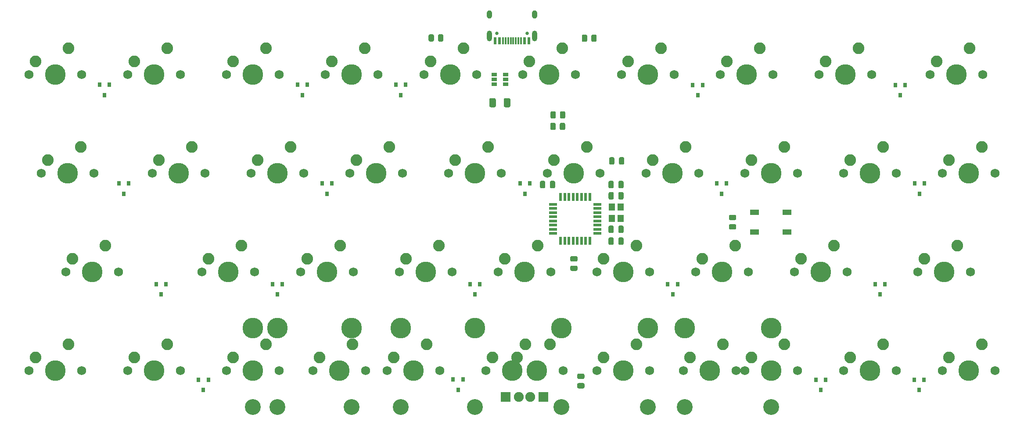
<source format=gbr>
%TF.GenerationSoftware,KiCad,Pcbnew,(5.1.10)-1*%
%TF.CreationDate,2021-08-19T10:16:45+02:00*%
%TF.ProjectId,qez,71657a2e-6b69-4636-9164-5f7063625858,rev?*%
%TF.SameCoordinates,Original*%
%TF.FileFunction,Soldermask,Bot*%
%TF.FilePolarity,Negative*%
%FSLAX46Y46*%
G04 Gerber Fmt 4.6, Leading zero omitted, Abs format (unit mm)*
G04 Created by KiCad (PCBNEW (5.1.10)-1) date 2021-08-19 10:16:45*
%MOMM*%
%LPD*%
G01*
G04 APERTURE LIST*
%ADD10C,3.987800*%
%ADD11C,3.048000*%
%ADD12C,1.750000*%
%ADD13C,1.905000*%
%ADD14R,1.905000X1.905000*%
%ADD15C,2.250000*%
%ADD16R,0.800000X0.900000*%
%ADD17R,1.200000X1.400000*%
%ADD18O,1.000000X1.600000*%
%ADD19C,0.650000*%
%ADD20O,1.000000X2.100000*%
%ADD21R,0.300000X1.450000*%
%ADD22R,0.600000X1.450000*%
%ADD23R,1.060000X0.650000*%
%ADD24R,0.550000X1.600000*%
%ADD25R,1.600000X0.550000*%
%ADD26R,1.700000X1.000000*%
G04 APERTURE END LIST*
D10*
%TO.C,MX41*%
X205574900Y-115570000D03*
X105575100Y-115570000D03*
D11*
X205574900Y-130810000D03*
X105575100Y-130810000D03*
D12*
X160655000Y-123825000D03*
X150495000Y-123825000D03*
D13*
X156845000Y-128905000D03*
D14*
X154305000Y-128905000D03*
D15*
X151765000Y-121285000D03*
D10*
X155575000Y-123825000D03*
D15*
X158115000Y-118745000D03*
%TD*%
D12*
%TO.C,MX34*%
X165417500Y-123825000D03*
X155257500Y-123825000D03*
D14*
X161607500Y-128905000D03*
D13*
X159067500Y-128905000D03*
D15*
X156527500Y-121285000D03*
D10*
X160337500Y-123825000D03*
D15*
X162877500Y-118745000D03*
%TD*%
D12*
%TO.C,MX25*%
X143986250Y-104775000D03*
X133826250Y-104775000D03*
D15*
X135096250Y-102235000D03*
D10*
X138906250Y-104775000D03*
D15*
X141446250Y-99695000D03*
%TD*%
%TO.C,C2*%
G36*
G01*
X176091000Y-88359000D02*
X176091000Y-87409000D01*
G75*
G02*
X176341000Y-87159000I250000J0D01*
G01*
X176841000Y-87159000D01*
G75*
G02*
X177091000Y-87409000I0J-250000D01*
G01*
X177091000Y-88359000D01*
G75*
G02*
X176841000Y-88609000I-250000J0D01*
G01*
X176341000Y-88609000D01*
G75*
G02*
X176091000Y-88359000I0J250000D01*
G01*
G37*
G36*
G01*
X174191000Y-88359000D02*
X174191000Y-87409000D01*
G75*
G02*
X174441000Y-87159000I250000J0D01*
G01*
X174941000Y-87159000D01*
G75*
G02*
X175191000Y-87409000I0J-250000D01*
G01*
X175191000Y-88359000D01*
G75*
G02*
X174941000Y-88609000I-250000J0D01*
G01*
X174441000Y-88609000D01*
G75*
G02*
X174191000Y-88359000I0J250000D01*
G01*
G37*
%TD*%
%TO.C,MX40*%
X179546250Y-118745000D03*
D10*
X177006250Y-123825000D03*
D15*
X173196250Y-121285000D03*
D12*
X171926250Y-123825000D03*
X182086250Y-123825000D03*
D11*
X165100000Y-130810000D03*
X188912500Y-130810000D03*
D10*
X165100000Y-115570000D03*
X188912500Y-115570000D03*
%TD*%
D15*
%TO.C,MX39*%
X139065000Y-118745000D03*
D10*
X136525000Y-123825000D03*
D15*
X132715000Y-121285000D03*
D12*
X131445000Y-123825000D03*
X141605000Y-123825000D03*
D11*
X124618750Y-130810000D03*
X148431250Y-130810000D03*
D10*
X124618750Y-115570000D03*
X148431250Y-115570000D03*
%TD*%
D15*
%TO.C,MX35*%
X196215000Y-118745000D03*
D10*
X193675000Y-123825000D03*
D15*
X189865000Y-121285000D03*
D12*
X188595000Y-123825000D03*
X198755000Y-123825000D03*
D11*
X181768750Y-130810000D03*
X205581250Y-130810000D03*
D10*
X181768750Y-115570000D03*
X205581250Y-115570000D03*
%TD*%
%TO.C,MX33*%
X134143750Y-115570000D03*
X110331250Y-115570000D03*
D11*
X134143750Y-130810000D03*
X110331250Y-130810000D03*
D12*
X127317500Y-123825000D03*
X117157500Y-123825000D03*
D15*
X118427500Y-121285000D03*
D10*
X122237500Y-123825000D03*
D15*
X124777500Y-118745000D03*
%TD*%
D12*
%TO.C,MX28*%
X201136250Y-104775000D03*
X190976250Y-104775000D03*
D15*
X192246250Y-102235000D03*
D10*
X196056250Y-104775000D03*
D15*
X198596250Y-99695000D03*
%TD*%
%TO.C,MX36*%
X208121250Y-118745000D03*
D10*
X205581250Y-123825000D03*
D15*
X201771250Y-121285000D03*
D12*
X200501250Y-123825000D03*
X210661250Y-123825000D03*
%TD*%
D15*
%TO.C,MX32*%
X108108750Y-118745000D03*
D10*
X105568750Y-123825000D03*
D15*
X101758750Y-121285000D03*
D12*
X100488750Y-123825000D03*
X110648750Y-123825000D03*
%TD*%
D16*
%TO.C,D17*%
X145161000Y-127492000D03*
X146111000Y-125492000D03*
X144211000Y-125492000D03*
%TD*%
D12*
%TO.C,MX17*%
X191611250Y-85725000D03*
X181451250Y-85725000D03*
D15*
X182721250Y-83185000D03*
D10*
X186531250Y-85725000D03*
D15*
X189071250Y-80645000D03*
%TD*%
D12*
%TO.C,MX14*%
X134461250Y-85725000D03*
X124301250Y-85725000D03*
D15*
X125571250Y-83185000D03*
D10*
X129381250Y-85725000D03*
D15*
X131921250Y-80645000D03*
%TD*%
%TO.C,MX1*%
X70008750Y-61595000D03*
D10*
X67468750Y-66675000D03*
D15*
X63658750Y-64135000D03*
D12*
X62388750Y-66675000D03*
X72548750Y-66675000D03*
%TD*%
D15*
%TO.C,MX2*%
X89058750Y-61595000D03*
D10*
X86518750Y-66675000D03*
D15*
X82708750Y-64135000D03*
D12*
X81438750Y-66675000D03*
X91598750Y-66675000D03*
%TD*%
D15*
%TO.C,MX3*%
X108108750Y-61595000D03*
D10*
X105568750Y-66675000D03*
D15*
X101758750Y-64135000D03*
D12*
X100488750Y-66675000D03*
X110648750Y-66675000D03*
%TD*%
D15*
%TO.C,MX4*%
X127158750Y-61595000D03*
D10*
X124618750Y-66675000D03*
D15*
X120808750Y-64135000D03*
D12*
X119538750Y-66675000D03*
X129698750Y-66675000D03*
%TD*%
D15*
%TO.C,MX5*%
X146208750Y-61595000D03*
D10*
X143668750Y-66675000D03*
D15*
X139858750Y-64135000D03*
D12*
X138588750Y-66675000D03*
X148748750Y-66675000D03*
%TD*%
D15*
%TO.C,MX6*%
X165258750Y-61595000D03*
D10*
X162718750Y-66675000D03*
D15*
X158908750Y-64135000D03*
D12*
X157638750Y-66675000D03*
X167798750Y-66675000D03*
%TD*%
D15*
%TO.C,MX7*%
X184308750Y-61595000D03*
D10*
X181768750Y-66675000D03*
D15*
X177958750Y-64135000D03*
D12*
X176688750Y-66675000D03*
X186848750Y-66675000D03*
%TD*%
D15*
%TO.C,MX8*%
X203358750Y-61595000D03*
D10*
X200818750Y-66675000D03*
D15*
X197008750Y-64135000D03*
D12*
X195738750Y-66675000D03*
X205898750Y-66675000D03*
%TD*%
D15*
%TO.C,MX9*%
X222408750Y-61595000D03*
D10*
X219868750Y-66675000D03*
D15*
X216058750Y-64135000D03*
D12*
X214788750Y-66675000D03*
X224948750Y-66675000D03*
%TD*%
%TO.C,MX15*%
X153511250Y-85725000D03*
X143351250Y-85725000D03*
D15*
X144621250Y-83185000D03*
D10*
X148431250Y-85725000D03*
D15*
X150971250Y-80645000D03*
%TD*%
D12*
%TO.C,MX30*%
X243998750Y-104775000D03*
X233838750Y-104775000D03*
D15*
X235108750Y-102235000D03*
D10*
X238918750Y-104775000D03*
D15*
X241458750Y-99695000D03*
%TD*%
D12*
%TO.C,MX21*%
X79692500Y-104775000D03*
X69532500Y-104775000D03*
D15*
X70802500Y-102235000D03*
D10*
X74612500Y-104775000D03*
D15*
X77152500Y-99695000D03*
%TD*%
D12*
%TO.C,MX11*%
X74930000Y-85725000D03*
X64770000Y-85725000D03*
D15*
X66040000Y-83185000D03*
D10*
X69850000Y-85725000D03*
D15*
X72390000Y-80645000D03*
%TD*%
D12*
%TO.C,MX10*%
X246380000Y-66675000D03*
X236220000Y-66675000D03*
D15*
X237490000Y-64135000D03*
D10*
X241300000Y-66675000D03*
D15*
X243840000Y-61595000D03*
%TD*%
D17*
%TO.C,X1*%
X174823687Y-92196134D03*
X174823687Y-94396134D03*
X176523687Y-94396134D03*
X176523687Y-92196134D03*
%TD*%
D18*
%TO.C,USB1*%
X159895000Y-55020500D03*
D19*
X158465000Y-58670500D03*
D18*
X151255000Y-55020500D03*
D19*
X152685000Y-58670500D03*
D20*
X151255000Y-59200500D03*
X159895000Y-59200500D03*
D21*
X155325000Y-60115500D03*
X157325000Y-60115500D03*
X156825000Y-60115500D03*
X156325000Y-60115500D03*
X155825000Y-60115500D03*
X154825000Y-60115500D03*
X154325000Y-60115500D03*
X153825000Y-60115500D03*
D22*
X158825000Y-60115500D03*
X158025000Y-60115500D03*
X153125000Y-60115500D03*
X152325000Y-60115500D03*
X152325000Y-60115500D03*
X153125000Y-60115500D03*
X158025000Y-60115500D03*
X158825000Y-60115500D03*
%TD*%
D23*
%TO.C,U2*%
X152125500Y-67564000D03*
X152125500Y-66614000D03*
X152125500Y-68514000D03*
X154325500Y-68514000D03*
X154325500Y-67564000D03*
X154325500Y-66614000D03*
%TD*%
D24*
%TO.C,U1*%
X170567000Y-90238000D03*
X169767000Y-90238000D03*
X168967000Y-90238000D03*
X168167000Y-90238000D03*
X167367000Y-90238000D03*
X166567000Y-90238000D03*
X165767000Y-90238000D03*
X164967000Y-90238000D03*
D25*
X163517000Y-91688000D03*
X163517000Y-92488000D03*
X163517000Y-93288000D03*
X163517000Y-94088000D03*
X163517000Y-94888000D03*
X163517000Y-95688000D03*
X163517000Y-96488000D03*
X163517000Y-97288000D03*
D24*
X164967000Y-98738000D03*
X165767000Y-98738000D03*
X166567000Y-98738000D03*
X167367000Y-98738000D03*
X168167000Y-98738000D03*
X168967000Y-98738000D03*
X169767000Y-98738000D03*
X170567000Y-98738000D03*
D25*
X172017000Y-97288000D03*
X172017000Y-96488000D03*
X172017000Y-95688000D03*
X172017000Y-94888000D03*
X172017000Y-94088000D03*
X172017000Y-93288000D03*
X172017000Y-92488000D03*
X172017000Y-91688000D03*
%TD*%
D26*
%TO.C,RESET*%
X208636000Y-93223000D03*
X202336000Y-93223000D03*
X208636000Y-97023000D03*
X202336000Y-97023000D03*
%TD*%
%TO.C,R7*%
G36*
G01*
X169296502Y-125393500D02*
X168396498Y-125393500D01*
G75*
G02*
X168146500Y-125143502I0J249998D01*
G01*
X168146500Y-124618498D01*
G75*
G02*
X168396498Y-124368500I249998J0D01*
G01*
X169296502Y-124368500D01*
G75*
G02*
X169546500Y-124618498I0J-249998D01*
G01*
X169546500Y-125143502D01*
G75*
G02*
X169296502Y-125393500I-249998J0D01*
G01*
G37*
G36*
G01*
X169296502Y-127218500D02*
X168396498Y-127218500D01*
G75*
G02*
X168146500Y-126968502I0J249998D01*
G01*
X168146500Y-126443498D01*
G75*
G02*
X168396498Y-126193500I249998J0D01*
G01*
X169296502Y-126193500D01*
G75*
G02*
X169546500Y-126443498I0J-249998D01*
G01*
X169546500Y-126968502D01*
G75*
G02*
X169296502Y-127218500I-249998J0D01*
G01*
G37*
%TD*%
%TO.C,R6*%
G36*
G01*
X197669998Y-93698000D02*
X198570002Y-93698000D01*
G75*
G02*
X198820000Y-93947998I0J-249998D01*
G01*
X198820000Y-94473002D01*
G75*
G02*
X198570002Y-94723000I-249998J0D01*
G01*
X197669998Y-94723000D01*
G75*
G02*
X197420000Y-94473002I0J249998D01*
G01*
X197420000Y-93947998D01*
G75*
G02*
X197669998Y-93698000I249998J0D01*
G01*
G37*
G36*
G01*
X197669998Y-95523000D02*
X198570002Y-95523000D01*
G75*
G02*
X198820000Y-95772998I0J-249998D01*
G01*
X198820000Y-96298002D01*
G75*
G02*
X198570002Y-96548000I-249998J0D01*
G01*
X197669998Y-96548000D01*
G75*
G02*
X197420000Y-96298002I0J249998D01*
G01*
X197420000Y-95772998D01*
G75*
G02*
X197669998Y-95523000I249998J0D01*
G01*
G37*
%TD*%
%TO.C,R5*%
G36*
G01*
X167963002Y-102724000D02*
X167062998Y-102724000D01*
G75*
G02*
X166813000Y-102474002I0J249998D01*
G01*
X166813000Y-101948998D01*
G75*
G02*
X167062998Y-101699000I249998J0D01*
G01*
X167963002Y-101699000D01*
G75*
G02*
X168213000Y-101948998I0J-249998D01*
G01*
X168213000Y-102474002D01*
G75*
G02*
X167963002Y-102724000I-249998J0D01*
G01*
G37*
G36*
G01*
X167963002Y-104549000D02*
X167062998Y-104549000D01*
G75*
G02*
X166813000Y-104299002I0J249998D01*
G01*
X166813000Y-103773998D01*
G75*
G02*
X167062998Y-103524000I249998J0D01*
G01*
X167963002Y-103524000D01*
G75*
G02*
X168213000Y-103773998I0J-249998D01*
G01*
X168213000Y-104299002D01*
G75*
G02*
X167963002Y-104549000I-249998J0D01*
G01*
G37*
%TD*%
%TO.C,R4*%
G36*
G01*
X164825000Y-74872002D02*
X164825000Y-73971998D01*
G75*
G02*
X165074998Y-73722000I249998J0D01*
G01*
X165600002Y-73722000D01*
G75*
G02*
X165850000Y-73971998I0J-249998D01*
G01*
X165850000Y-74872002D01*
G75*
G02*
X165600002Y-75122000I-249998J0D01*
G01*
X165074998Y-75122000D01*
G75*
G02*
X164825000Y-74872002I0J249998D01*
G01*
G37*
G36*
G01*
X163000000Y-74872002D02*
X163000000Y-73971998D01*
G75*
G02*
X163249998Y-73722000I249998J0D01*
G01*
X163775002Y-73722000D01*
G75*
G02*
X164025000Y-73971998I0J-249998D01*
G01*
X164025000Y-74872002D01*
G75*
G02*
X163775002Y-75122000I-249998J0D01*
G01*
X163249998Y-75122000D01*
G75*
G02*
X163000000Y-74872002I0J249998D01*
G01*
G37*
%TD*%
%TO.C,R3*%
G36*
G01*
X164801500Y-77094502D02*
X164801500Y-76194498D01*
G75*
G02*
X165051498Y-75944500I249998J0D01*
G01*
X165576502Y-75944500D01*
G75*
G02*
X165826500Y-76194498I0J-249998D01*
G01*
X165826500Y-77094502D01*
G75*
G02*
X165576502Y-77344500I-249998J0D01*
G01*
X165051498Y-77344500D01*
G75*
G02*
X164801500Y-77094502I0J249998D01*
G01*
G37*
G36*
G01*
X162976500Y-77094502D02*
X162976500Y-76194498D01*
G75*
G02*
X163226498Y-75944500I249998J0D01*
G01*
X163751502Y-75944500D01*
G75*
G02*
X164001500Y-76194498I0J-249998D01*
G01*
X164001500Y-77094502D01*
G75*
G02*
X163751502Y-77344500I-249998J0D01*
G01*
X163226498Y-77344500D01*
G75*
G02*
X162976500Y-77094502I0J249998D01*
G01*
G37*
%TD*%
%TO.C,R2*%
G36*
G01*
X170074000Y-59176498D02*
X170074000Y-60076502D01*
G75*
G02*
X169824002Y-60326500I-249998J0D01*
G01*
X169298998Y-60326500D01*
G75*
G02*
X169049000Y-60076502I0J249998D01*
G01*
X169049000Y-59176498D01*
G75*
G02*
X169298998Y-58926500I249998J0D01*
G01*
X169824002Y-58926500D01*
G75*
G02*
X170074000Y-59176498I0J-249998D01*
G01*
G37*
G36*
G01*
X171899000Y-59176498D02*
X171899000Y-60076502D01*
G75*
G02*
X171649002Y-60326500I-249998J0D01*
G01*
X171123998Y-60326500D01*
G75*
G02*
X170874000Y-60076502I0J249998D01*
G01*
X170874000Y-59176498D01*
G75*
G02*
X171123998Y-58926500I249998J0D01*
G01*
X171649002Y-58926500D01*
G75*
G02*
X171899000Y-59176498I0J-249998D01*
G01*
G37*
%TD*%
%TO.C,R1*%
G36*
G01*
X141306500Y-60013002D02*
X141306500Y-59112998D01*
G75*
G02*
X141556498Y-58863000I249998J0D01*
G01*
X142081502Y-58863000D01*
G75*
G02*
X142331500Y-59112998I0J-249998D01*
G01*
X142331500Y-60013002D01*
G75*
G02*
X142081502Y-60263000I-249998J0D01*
G01*
X141556498Y-60263000D01*
G75*
G02*
X141306500Y-60013002I0J249998D01*
G01*
G37*
G36*
G01*
X139481500Y-60013002D02*
X139481500Y-59112998D01*
G75*
G02*
X139731498Y-58863000I249998J0D01*
G01*
X140256502Y-58863000D01*
G75*
G02*
X140506500Y-59112998I0J-249998D01*
G01*
X140506500Y-60013002D01*
G75*
G02*
X140256502Y-60263000I-249998J0D01*
G01*
X139731498Y-60263000D01*
G75*
G02*
X139481500Y-60013002I0J249998D01*
G01*
G37*
%TD*%
D12*
%TO.C,MX38*%
X248761250Y-123825000D03*
X238601250Y-123825000D03*
D15*
X239871250Y-121285000D03*
D10*
X243681250Y-123825000D03*
D15*
X246221250Y-118745000D03*
%TD*%
D12*
%TO.C,MX37*%
X229711250Y-123825000D03*
X219551250Y-123825000D03*
D15*
X220821250Y-121285000D03*
D10*
X224631250Y-123825000D03*
D15*
X227171250Y-118745000D03*
%TD*%
D12*
%TO.C,MX31*%
X91598750Y-123825000D03*
X81438750Y-123825000D03*
D15*
X82708750Y-121285000D03*
D10*
X86518750Y-123825000D03*
D15*
X89058750Y-118745000D03*
%TD*%
D12*
%TO.C,MX29*%
X220186250Y-104775000D03*
X210026250Y-104775000D03*
D15*
X211296250Y-102235000D03*
D10*
X215106250Y-104775000D03*
D15*
X217646250Y-99695000D03*
%TD*%
D12*
%TO.C,MX27*%
X182086250Y-104775000D03*
X171926250Y-104775000D03*
D15*
X173196250Y-102235000D03*
D10*
X177006250Y-104775000D03*
D15*
X179546250Y-99695000D03*
%TD*%
D12*
%TO.C,MX26*%
X163036250Y-104775000D03*
X152876250Y-104775000D03*
D15*
X154146250Y-102235000D03*
D10*
X157956250Y-104775000D03*
D15*
X160496250Y-99695000D03*
%TD*%
D12*
%TO.C,MX24*%
X124936250Y-104775000D03*
X114776250Y-104775000D03*
D15*
X116046250Y-102235000D03*
D10*
X119856250Y-104775000D03*
D15*
X122396250Y-99695000D03*
%TD*%
D12*
%TO.C,MX23*%
X105886250Y-104775000D03*
X95726250Y-104775000D03*
D15*
X96996250Y-102235000D03*
D10*
X100806250Y-104775000D03*
D15*
X103346250Y-99695000D03*
%TD*%
D12*
%TO.C,MX22*%
X72548750Y-123825000D03*
X62388750Y-123825000D03*
D15*
X63658750Y-121285000D03*
D10*
X67468750Y-123825000D03*
D15*
X70008750Y-118745000D03*
%TD*%
D12*
%TO.C,MX20*%
X248761250Y-85725000D03*
X238601250Y-85725000D03*
D15*
X239871250Y-83185000D03*
D10*
X243681250Y-85725000D03*
D15*
X246221250Y-80645000D03*
%TD*%
D12*
%TO.C,MX19*%
X229711250Y-85725000D03*
X219551250Y-85725000D03*
D15*
X220821250Y-83185000D03*
D10*
X224631250Y-85725000D03*
D15*
X227171250Y-80645000D03*
%TD*%
D12*
%TO.C,MX18*%
X210661250Y-85725000D03*
X200501250Y-85725000D03*
D15*
X201771250Y-83185000D03*
D10*
X205581250Y-85725000D03*
D15*
X208121250Y-80645000D03*
%TD*%
D12*
%TO.C,MX16*%
X172561250Y-85725000D03*
X162401250Y-85725000D03*
D15*
X163671250Y-83185000D03*
D10*
X167481250Y-85725000D03*
D15*
X170021250Y-80645000D03*
%TD*%
D12*
%TO.C,MX13*%
X115411250Y-85725000D03*
X105251250Y-85725000D03*
D15*
X106521250Y-83185000D03*
D10*
X110331250Y-85725000D03*
D15*
X112871250Y-80645000D03*
%TD*%
D12*
%TO.C,MX12*%
X96361250Y-85725000D03*
X86201250Y-85725000D03*
D15*
X87471250Y-83185000D03*
D10*
X91281250Y-85725000D03*
D15*
X93821250Y-80645000D03*
%TD*%
%TO.C,F1*%
G36*
G01*
X152450500Y-71447500D02*
X152450500Y-72697500D01*
G75*
G02*
X152200500Y-72947500I-250000J0D01*
G01*
X151450500Y-72947500D01*
G75*
G02*
X151200500Y-72697500I0J250000D01*
G01*
X151200500Y-71447500D01*
G75*
G02*
X151450500Y-71197500I250000J0D01*
G01*
X152200500Y-71197500D01*
G75*
G02*
X152450500Y-71447500I0J-250000D01*
G01*
G37*
G36*
G01*
X155250500Y-71447500D02*
X155250500Y-72697500D01*
G75*
G02*
X155000500Y-72947500I-250000J0D01*
G01*
X154250500Y-72947500D01*
G75*
G02*
X154000500Y-72697500I0J250000D01*
G01*
X154000500Y-71447500D01*
G75*
G02*
X154250500Y-71197500I250000J0D01*
G01*
X155000500Y-71197500D01*
G75*
G02*
X155250500Y-71447500I0J-250000D01*
G01*
G37*
%TD*%
D16*
%TO.C,D19*%
X234124500Y-127555500D03*
X235074500Y-125555500D03*
X233174500Y-125555500D03*
%TD*%
%TO.C,D18*%
X215138000Y-127555500D03*
X216088000Y-125555500D03*
X214188000Y-125555500D03*
%TD*%
%TO.C,D16*%
X96043750Y-127555500D03*
X96993750Y-125555500D03*
X95093750Y-125555500D03*
%TD*%
%TO.C,D15*%
X226568000Y-109077000D03*
X227518000Y-107077000D03*
X225618000Y-107077000D03*
%TD*%
%TO.C,D14*%
X186563000Y-109077000D03*
X187513000Y-107077000D03*
X185613000Y-107077000D03*
%TD*%
%TO.C,D13*%
X148399500Y-109077000D03*
X149349500Y-107077000D03*
X147449500Y-107077000D03*
%TD*%
%TO.C,D12*%
X110299500Y-109077000D03*
X111249500Y-107077000D03*
X109349500Y-107077000D03*
%TD*%
%TO.C,D11*%
X87884000Y-109077000D03*
X88834000Y-107077000D03*
X86934000Y-107077000D03*
%TD*%
%TO.C,D10*%
X234188000Y-89646000D03*
X235138000Y-87646000D03*
X233238000Y-87646000D03*
%TD*%
%TO.C,D9*%
X196024500Y-89646000D03*
X196974500Y-87646000D03*
X195074500Y-87646000D03*
%TD*%
%TO.C,D8*%
X158051500Y-89646000D03*
X159001500Y-87646000D03*
X157101500Y-87646000D03*
%TD*%
%TO.C,D7*%
X119888000Y-89646000D03*
X120838000Y-87646000D03*
X118938000Y-87646000D03*
%TD*%
%TO.C,D6*%
X80708500Y-89646000D03*
X81658500Y-87646000D03*
X79758500Y-87646000D03*
%TD*%
%TO.C,D5*%
X230441500Y-70659500D03*
X231391500Y-68659500D03*
X229491500Y-68659500D03*
%TD*%
%TO.C,D4*%
X191389000Y-70659500D03*
X192339000Y-68659500D03*
X190439000Y-68659500D03*
%TD*%
%TO.C,D3*%
X134112000Y-70596000D03*
X135062000Y-68596000D03*
X133162000Y-68596000D03*
%TD*%
%TO.C,D2*%
X115125500Y-70596000D03*
X116075500Y-68596000D03*
X114175500Y-68596000D03*
%TD*%
%TO.C,D1*%
X76962000Y-70596000D03*
X77912000Y-68596000D03*
X76012000Y-68596000D03*
%TD*%
%TO.C,C7*%
G36*
G01*
X176091000Y-96995000D02*
X176091000Y-96045000D01*
G75*
G02*
X176341000Y-95795000I250000J0D01*
G01*
X176841000Y-95795000D01*
G75*
G02*
X177091000Y-96045000I0J-250000D01*
G01*
X177091000Y-96995000D01*
G75*
G02*
X176841000Y-97245000I-250000J0D01*
G01*
X176341000Y-97245000D01*
G75*
G02*
X176091000Y-96995000I0J250000D01*
G01*
G37*
G36*
G01*
X174191000Y-96995000D02*
X174191000Y-96045000D01*
G75*
G02*
X174441000Y-95795000I250000J0D01*
G01*
X174941000Y-95795000D01*
G75*
G02*
X175191000Y-96045000I0J-250000D01*
G01*
X175191000Y-96995000D01*
G75*
G02*
X174941000Y-97245000I-250000J0D01*
G01*
X174441000Y-97245000D01*
G75*
G02*
X174191000Y-96995000I0J250000D01*
G01*
G37*
%TD*%
%TO.C,C6*%
G36*
G01*
X175191000Y-89568000D02*
X175191000Y-90518000D01*
G75*
G02*
X174941000Y-90768000I-250000J0D01*
G01*
X174441000Y-90768000D01*
G75*
G02*
X174191000Y-90518000I0J250000D01*
G01*
X174191000Y-89568000D01*
G75*
G02*
X174441000Y-89318000I250000J0D01*
G01*
X174941000Y-89318000D01*
G75*
G02*
X175191000Y-89568000I0J-250000D01*
G01*
G37*
G36*
G01*
X177091000Y-89568000D02*
X177091000Y-90518000D01*
G75*
G02*
X176841000Y-90768000I-250000J0D01*
G01*
X176341000Y-90768000D01*
G75*
G02*
X176091000Y-90518000I0J250000D01*
G01*
X176091000Y-89568000D01*
G75*
G02*
X176341000Y-89318000I250000J0D01*
G01*
X176841000Y-89318000D01*
G75*
G02*
X177091000Y-89568000I0J-250000D01*
G01*
G37*
%TD*%
%TO.C,C5*%
G36*
G01*
X161983000Y-87409000D02*
X161983000Y-88359000D01*
G75*
G02*
X161733000Y-88609000I-250000J0D01*
G01*
X161233000Y-88609000D01*
G75*
G02*
X160983000Y-88359000I0J250000D01*
G01*
X160983000Y-87409000D01*
G75*
G02*
X161233000Y-87159000I250000J0D01*
G01*
X161733000Y-87159000D01*
G75*
G02*
X161983000Y-87409000I0J-250000D01*
G01*
G37*
G36*
G01*
X163883000Y-87409000D02*
X163883000Y-88359000D01*
G75*
G02*
X163633000Y-88609000I-250000J0D01*
G01*
X163133000Y-88609000D01*
G75*
G02*
X162883000Y-88359000I0J250000D01*
G01*
X162883000Y-87409000D01*
G75*
G02*
X163133000Y-87159000I250000J0D01*
G01*
X163633000Y-87159000D01*
G75*
G02*
X163883000Y-87409000I0J-250000D01*
G01*
G37*
%TD*%
%TO.C,C3*%
G36*
G01*
X176091000Y-99281000D02*
X176091000Y-98331000D01*
G75*
G02*
X176341000Y-98081000I250000J0D01*
G01*
X176841000Y-98081000D01*
G75*
G02*
X177091000Y-98331000I0J-250000D01*
G01*
X177091000Y-99281000D01*
G75*
G02*
X176841000Y-99531000I-250000J0D01*
G01*
X176341000Y-99531000D01*
G75*
G02*
X176091000Y-99281000I0J250000D01*
G01*
G37*
G36*
G01*
X174191000Y-99281000D02*
X174191000Y-98331000D01*
G75*
G02*
X174441000Y-98081000I250000J0D01*
G01*
X174941000Y-98081000D01*
G75*
G02*
X175191000Y-98331000I0J-250000D01*
G01*
X175191000Y-99281000D01*
G75*
G02*
X174941000Y-99531000I-250000J0D01*
G01*
X174441000Y-99531000D01*
G75*
G02*
X174191000Y-99281000I0J250000D01*
G01*
G37*
%TD*%
%TO.C,C1*%
G36*
G01*
X176218000Y-83787000D02*
X176218000Y-82837000D01*
G75*
G02*
X176468000Y-82587000I250000J0D01*
G01*
X176968000Y-82587000D01*
G75*
G02*
X177218000Y-82837000I0J-250000D01*
G01*
X177218000Y-83787000D01*
G75*
G02*
X176968000Y-84037000I-250000J0D01*
G01*
X176468000Y-84037000D01*
G75*
G02*
X176218000Y-83787000I0J250000D01*
G01*
G37*
G36*
G01*
X174318000Y-83787000D02*
X174318000Y-82837000D01*
G75*
G02*
X174568000Y-82587000I250000J0D01*
G01*
X175068000Y-82587000D01*
G75*
G02*
X175318000Y-82837000I0J-250000D01*
G01*
X175318000Y-83787000D01*
G75*
G02*
X175068000Y-84037000I-250000J0D01*
G01*
X174568000Y-84037000D01*
G75*
G02*
X174318000Y-83787000I0J250000D01*
G01*
G37*
%TD*%
M02*

</source>
